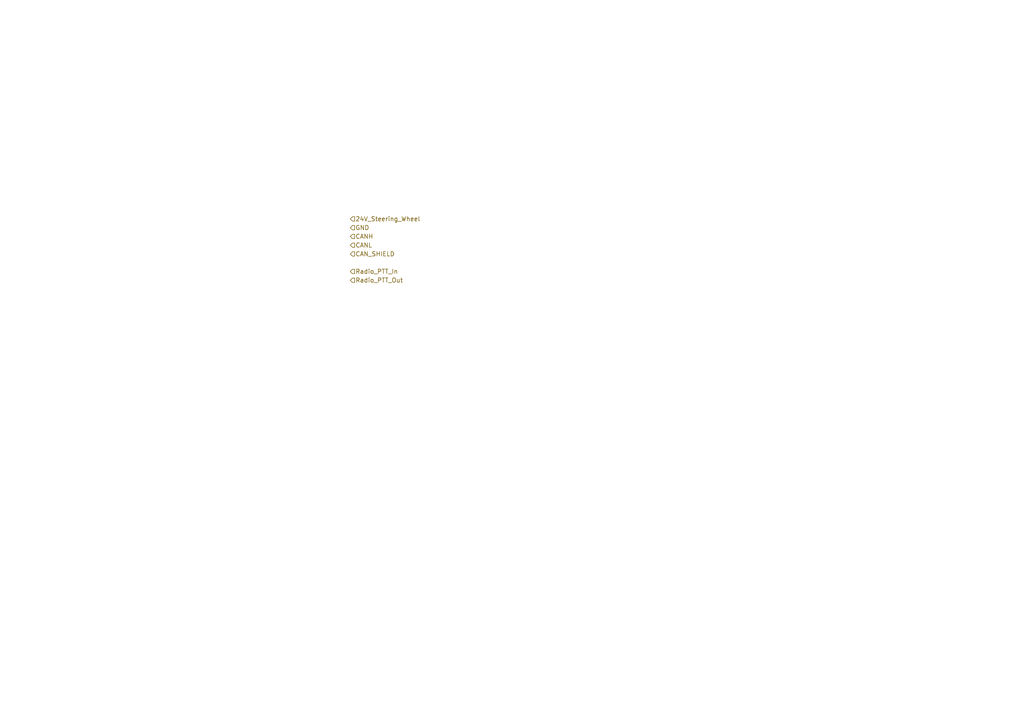
<source format=kicad_sch>
(kicad_sch (version 20230121) (generator eeschema)
  (paper "A4")
  (lib_symbols)
  (hierarchical_label "Radio_PTT_In" (shape input) (at 101.6 78.74 0))
  (hierarchical_label "Radio_PTT_Out" (shape input) (at 101.6 81.28 0))
  (hierarchical_label "GND" (shape input) (at 101.6 66.04 0))
  (hierarchical_label "24V_Steering_Wheel" (shape input) (at 101.6 63.5 0))
  (hierarchical_label "CAN_SHIELD" (shape input) (at 101.6 73.66 0))
  (hierarchical_label "CANH" (shape input) (at 101.6 68.58 0))
  (hierarchical_label "CANL" (shape input) (at 101.6 71.12 0))
)
</source>
